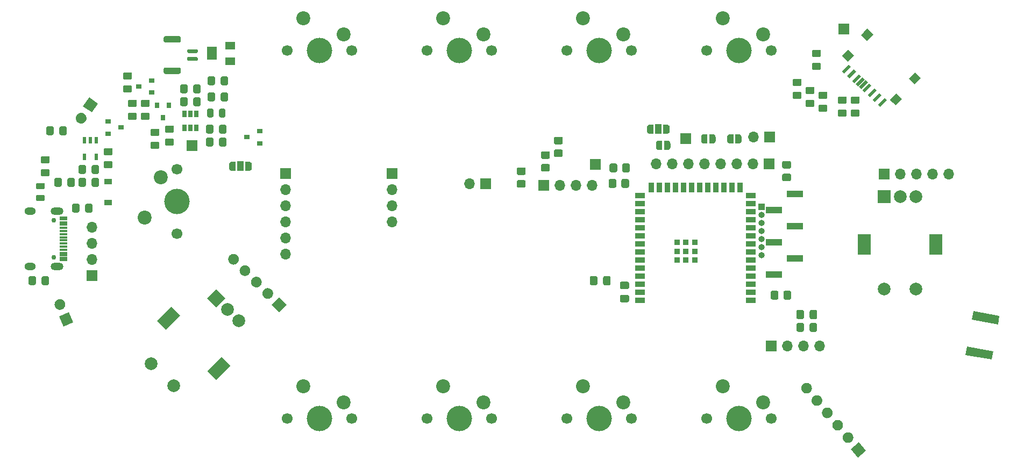
<source format=gbr>
%TF.GenerationSoftware,KiCad,Pcbnew,(5.1.10)-1*%
%TF.CreationDate,2022-02-17T21:55:53+01:00*%
%TF.ProjectId,keyboardEink,6b657962-6f61-4726-9445-696e6b2e6b69,rev?*%
%TF.SameCoordinates,Original*%
%TF.FileFunction,Soldermask,Bot*%
%TF.FilePolarity,Negative*%
%FSLAX46Y46*%
G04 Gerber Fmt 4.6, Leading zero omitted, Abs format (unit mm)*
G04 Created by KiCad (PCBNEW (5.1.10)-1) date 2022-02-17 21:55:53*
%MOMM*%
%LPD*%
G01*
G04 APERTURE LIST*
%ADD10O,1.800000X1.200000*%
%ADD11O,2.000000X1.200000*%
%ADD12R,1.300000X0.300000*%
%ADD13C,0.750000*%
%ADD14O,1.700000X1.700000*%
%ADD15R,1.700000X1.700000*%
%ADD16C,0.100000*%
%ADD17R,1.200000X0.900000*%
%ADD18R,0.900000X0.800000*%
%ADD19R,0.600000X1.000000*%
%ADD20O,1.000000X1.000000*%
%ADD21R,1.000000X1.000000*%
%ADD22R,1.000000X1.500000*%
%ADD23C,2.000000*%
%ADD24R,2.000000X2.000000*%
%ADD25R,2.000000X3.200000*%
%ADD26C,1.700000*%
%ADD27C,4.000000*%
%ADD28C,2.200000*%
%ADD29R,0.650000X1.060000*%
%ADD30R,0.800000X0.900000*%
%ADD31R,1.600000X1.300000*%
%ADD32R,1.600000X2.000000*%
%ADD33R,2.510000X1.000000*%
%ADD34R,0.900000X0.900000*%
%ADD35R,0.900000X1.500000*%
%ADD36R,1.500000X0.900000*%
G04 APERTURE END LIST*
%TO.C,R38*%
G36*
G01*
X158536001Y-90198000D02*
X157635999Y-90198000D01*
G75*
G02*
X157386000Y-89948001I0J249999D01*
G01*
X157386000Y-89247999D01*
G75*
G02*
X157635999Y-88998000I249999J0D01*
G01*
X158536001Y-88998000D01*
G75*
G02*
X158786000Y-89247999I0J-249999D01*
G01*
X158786000Y-89948001D01*
G75*
G02*
X158536001Y-90198000I-249999J0D01*
G01*
G37*
G36*
G01*
X158536001Y-92198000D02*
X157635999Y-92198000D01*
G75*
G02*
X157386000Y-91948001I0J249999D01*
G01*
X157386000Y-91247999D01*
G75*
G02*
X157635999Y-90998000I249999J0D01*
G01*
X158536001Y-90998000D01*
G75*
G02*
X158786000Y-91247999I0J-249999D01*
G01*
X158786000Y-91948001D01*
G75*
G02*
X158536001Y-92198000I-249999J0D01*
G01*
G37*
%TD*%
%TO.C,R37*%
G36*
G01*
X160568001Y-87912000D02*
X159667999Y-87912000D01*
G75*
G02*
X159418000Y-87662001I0J249999D01*
G01*
X159418000Y-86961999D01*
G75*
G02*
X159667999Y-86712000I249999J0D01*
G01*
X160568001Y-86712000D01*
G75*
G02*
X160818000Y-86961999I0J-249999D01*
G01*
X160818000Y-87662001D01*
G75*
G02*
X160568001Y-87912000I-249999J0D01*
G01*
G37*
G36*
G01*
X160568001Y-89912000D02*
X159667999Y-89912000D01*
G75*
G02*
X159418000Y-89662001I0J249999D01*
G01*
X159418000Y-88961999D01*
G75*
G02*
X159667999Y-88712000I249999J0D01*
G01*
X160568001Y-88712000D01*
G75*
G02*
X160818000Y-88961999I0J-249999D01*
G01*
X160818000Y-89662001D01*
G75*
G02*
X160568001Y-89912000I-249999J0D01*
G01*
G37*
%TD*%
%TO.C,R36*%
G36*
G01*
X78780000Y-109844001D02*
X78780000Y-108943999D01*
G75*
G02*
X79029999Y-108694000I249999J0D01*
G01*
X79680001Y-108694000D01*
G75*
G02*
X79930000Y-108943999I0J-249999D01*
G01*
X79930000Y-109844001D01*
G75*
G02*
X79680001Y-110094000I-249999J0D01*
G01*
X79029999Y-110094000D01*
G75*
G02*
X78780000Y-109844001I0J249999D01*
G01*
G37*
G36*
G01*
X76730000Y-109844001D02*
X76730000Y-108943999D01*
G75*
G02*
X76979999Y-108694000I249999J0D01*
G01*
X77630001Y-108694000D01*
G75*
G02*
X77880000Y-108943999I0J-249999D01*
G01*
X77880000Y-109844001D01*
G75*
G02*
X77630001Y-110094000I-249999J0D01*
G01*
X76979999Y-110094000D01*
G75*
G02*
X76730000Y-109844001I0J249999D01*
G01*
G37*
%TD*%
%TO.C,R35*%
G36*
G01*
X84738000Y-97513999D02*
X84738000Y-98414001D01*
G75*
G02*
X84488001Y-98664000I-249999J0D01*
G01*
X83837999Y-98664000D01*
G75*
G02*
X83588000Y-98414001I0J249999D01*
G01*
X83588000Y-97513999D01*
G75*
G02*
X83837999Y-97264000I249999J0D01*
G01*
X84488001Y-97264000D01*
G75*
G02*
X84738000Y-97513999I0J-249999D01*
G01*
G37*
G36*
G01*
X86788000Y-97513999D02*
X86788000Y-98414001D01*
G75*
G02*
X86538001Y-98664000I-249999J0D01*
G01*
X85887999Y-98664000D01*
G75*
G02*
X85638000Y-98414001I0J249999D01*
G01*
X85638000Y-97513999D01*
G75*
G02*
X85887999Y-97264000I249999J0D01*
G01*
X86538001Y-97264000D01*
G75*
G02*
X86788000Y-97513999I0J-249999D01*
G01*
G37*
%TD*%
D10*
%TO.C,U8*%
X76966000Y-107115000D03*
D11*
X81166000Y-107115000D03*
X81166000Y-98465000D03*
D10*
X76966000Y-98465000D03*
D12*
X82234000Y-99440000D03*
X82234000Y-99740000D03*
X82234000Y-100240000D03*
X82234000Y-100540000D03*
X82234000Y-105040000D03*
X82234000Y-105340000D03*
X82234000Y-105840000D03*
X82234000Y-106140000D03*
X82234000Y-101040000D03*
X82234000Y-101540000D03*
X82234000Y-102040000D03*
X82234000Y-102540000D03*
X82234000Y-103040000D03*
X82234000Y-103540000D03*
X82234000Y-104040000D03*
X82234000Y-104540000D03*
D13*
X80666000Y-99890000D03*
X80666000Y-105690000D03*
%TD*%
D14*
%TO.C,J12*%
X201266000Y-119700000D03*
X198726000Y-119700000D03*
X196186000Y-119700000D03*
D15*
X193646000Y-119700000D03*
%TD*%
D16*
%TO.C,AE1*%
G36*
X229343996Y-116277324D02*
G01*
X225207803Y-115548002D01*
X225442228Y-114218512D01*
X229578421Y-114947834D01*
X229343996Y-116277324D01*
G37*
G36*
X228362884Y-121841488D02*
G01*
X224226691Y-121112166D01*
X224461116Y-119782676D01*
X228597309Y-120511998D01*
X228362884Y-121841488D01*
G37*
%TD*%
%TO.C,J19*%
G36*
G01*
X199849735Y-125788867D02*
X199849735Y-125788867D01*
G75*
G02*
X199744966Y-126986374I-651138J-546369D01*
G01*
X199744966Y-126986374D01*
G75*
G02*
X198547459Y-126881605I-546369J651138D01*
G01*
X198547459Y-126881605D01*
G75*
G02*
X198652228Y-125684098I651138J546369D01*
G01*
X198652228Y-125684098D01*
G75*
G02*
X199849735Y-125788867I546369J-651138D01*
G01*
G37*
G36*
G01*
X201482416Y-127734619D02*
X201482416Y-127734619D01*
G75*
G02*
X201377647Y-128932126I-651138J-546369D01*
G01*
X201377647Y-128932126D01*
G75*
G02*
X200180140Y-128827357I-546369J651138D01*
G01*
X200180140Y-128827357D01*
G75*
G02*
X200284909Y-127629850I651138J546369D01*
G01*
X200284909Y-127629850D01*
G75*
G02*
X201482416Y-127734619I546369J-651138D01*
G01*
G37*
G36*
G01*
X203115096Y-129680372D02*
X203115096Y-129680372D01*
G75*
G02*
X203010327Y-130877879I-651138J-546369D01*
G01*
X203010327Y-130877879D01*
G75*
G02*
X201812820Y-130773110I-546369J651138D01*
G01*
X201812820Y-130773110D01*
G75*
G02*
X201917589Y-129575603I651138J546369D01*
G01*
X201917589Y-129575603D01*
G75*
G02*
X203115096Y-129680372I546369J-651138D01*
G01*
G37*
G36*
G01*
X204747777Y-131626125D02*
X204747777Y-131626125D01*
G75*
G02*
X204643008Y-132823632I-651138J-546369D01*
G01*
X204643008Y-132823632D01*
G75*
G02*
X203445501Y-132718863I-546369J651138D01*
G01*
X203445501Y-132718863D01*
G75*
G02*
X203550270Y-131521356I651138J546369D01*
G01*
X203550270Y-131521356D01*
G75*
G02*
X204747777Y-131626125I546369J-651138D01*
G01*
G37*
G36*
G01*
X206380457Y-133571878D02*
X206380457Y-133571878D01*
G75*
G02*
X206275688Y-134769385I-651138J-546369D01*
G01*
X206275688Y-134769385D01*
G75*
G02*
X205078181Y-134664616I-546369J651138D01*
G01*
X205078181Y-134664616D01*
G75*
G02*
X205182950Y-133467109I651138J546369D01*
G01*
X205182950Y-133467109D01*
G75*
G02*
X206380457Y-133571878I546369J-651138D01*
G01*
G37*
G36*
X207466768Y-134866493D02*
G01*
X208559507Y-136168768D01*
X207257232Y-137261507D01*
X206164493Y-135959232D01*
X207466768Y-134866493D01*
G37*
%TD*%
D17*
%TO.C,D7*%
X89252000Y-97074000D03*
X89252000Y-93774000D03*
%TD*%
D18*
%TO.C,SI3*%
X91268000Y-85264000D03*
X89268000Y-84314000D03*
X89268000Y-86214000D03*
%TD*%
%TO.C,R33*%
G36*
G01*
X88801999Y-90540000D02*
X89702001Y-90540000D01*
G75*
G02*
X89952000Y-90789999I0J-249999D01*
G01*
X89952000Y-91440001D01*
G75*
G02*
X89702001Y-91690000I-249999J0D01*
G01*
X88801999Y-91690000D01*
G75*
G02*
X88552000Y-91440001I0J249999D01*
G01*
X88552000Y-90789999D01*
G75*
G02*
X88801999Y-90540000I249999J0D01*
G01*
G37*
G36*
G01*
X88801999Y-88490000D02*
X89702001Y-88490000D01*
G75*
G02*
X89952000Y-88739999I0J-249999D01*
G01*
X89952000Y-89390001D01*
G75*
G02*
X89702001Y-89640000I-249999J0D01*
G01*
X88801999Y-89640000D01*
G75*
G02*
X88552000Y-89390001I0J249999D01*
G01*
X88552000Y-88739999D01*
G75*
G02*
X88801999Y-88490000I249999J0D01*
G01*
G37*
%TD*%
D14*
%TO.C,J18*%
X86712000Y-101012000D03*
X86712000Y-103552000D03*
X86712000Y-106092000D03*
D15*
X86712000Y-108632000D03*
%TD*%
D14*
%TO.C,J17*%
X146148000Y-94154000D03*
D15*
X148688000Y-94154000D03*
%TD*%
%TO.C,R11*%
G36*
G01*
X169244000Y-93615999D02*
X169244000Y-94516001D01*
G75*
G02*
X168994001Y-94766000I-249999J0D01*
G01*
X168293999Y-94766000D01*
G75*
G02*
X168044000Y-94516001I0J249999D01*
G01*
X168044000Y-93615999D01*
G75*
G02*
X168293999Y-93366000I249999J0D01*
G01*
X168994001Y-93366000D01*
G75*
G02*
X169244000Y-93615999I0J-249999D01*
G01*
G37*
G36*
G01*
X171244000Y-93615999D02*
X171244000Y-94516001D01*
G75*
G02*
X170994001Y-94766000I-249999J0D01*
G01*
X170293999Y-94766000D01*
G75*
G02*
X170044000Y-94516001I0J249999D01*
G01*
X170044000Y-93615999D01*
G75*
G02*
X170293999Y-93366000I249999J0D01*
G01*
X170994001Y-93366000D01*
G75*
G02*
X171244000Y-93615999I0J-249999D01*
G01*
G37*
%TD*%
%TO.C,J16*%
X165960000Y-91106000D03*
%TD*%
%TO.C,J15*%
X205076000Y-69770000D03*
%TD*%
%TO.C,C26*%
G36*
G01*
X85754000Y-91417999D02*
X85754000Y-92318001D01*
G75*
G02*
X85504001Y-92568000I-249999J0D01*
G01*
X84853999Y-92568000D01*
G75*
G02*
X84604000Y-92318001I0J249999D01*
G01*
X84604000Y-91417999D01*
G75*
G02*
X84853999Y-91168000I249999J0D01*
G01*
X85504001Y-91168000D01*
G75*
G02*
X85754000Y-91417999I0J-249999D01*
G01*
G37*
G36*
G01*
X87804000Y-91417999D02*
X87804000Y-92318001D01*
G75*
G02*
X87554001Y-92568000I-249999J0D01*
G01*
X86903999Y-92568000D01*
G75*
G02*
X86654000Y-92318001I0J249999D01*
G01*
X86654000Y-91417999D01*
G75*
G02*
X86903999Y-91168000I249999J0D01*
G01*
X87554001Y-91168000D01*
G75*
G02*
X87804000Y-91417999I0J-249999D01*
G01*
G37*
%TD*%
%TO.C,C25*%
G36*
G01*
X85754000Y-93449999D02*
X85754000Y-94350001D01*
G75*
G02*
X85504001Y-94600000I-249999J0D01*
G01*
X84853999Y-94600000D01*
G75*
G02*
X84604000Y-94350001I0J249999D01*
G01*
X84604000Y-93449999D01*
G75*
G02*
X84853999Y-93200000I249999J0D01*
G01*
X85504001Y-93200000D01*
G75*
G02*
X85754000Y-93449999I0J-249999D01*
G01*
G37*
G36*
G01*
X87804000Y-93449999D02*
X87804000Y-94350001D01*
G75*
G02*
X87554001Y-94600000I-249999J0D01*
G01*
X86903999Y-94600000D01*
G75*
G02*
X86654000Y-94350001I0J249999D01*
G01*
X86654000Y-93449999D01*
G75*
G02*
X86903999Y-93200000I249999J0D01*
G01*
X87554001Y-93200000D01*
G75*
G02*
X87804000Y-93449999I0J-249999D01*
G01*
G37*
%TD*%
D19*
%TO.C,U6*%
X85508000Y-87266000D03*
X86458000Y-87266000D03*
X87408000Y-87266000D03*
X87408000Y-89866000D03*
X85508000Y-89866000D03*
%TD*%
%TO.C,R32*%
G36*
G01*
X200307999Y-75046000D02*
X201208001Y-75046000D01*
G75*
G02*
X201458000Y-75295999I0J-249999D01*
G01*
X201458000Y-75946001D01*
G75*
G02*
X201208001Y-76196000I-249999J0D01*
G01*
X200307999Y-76196000D01*
G75*
G02*
X200058000Y-75946001I0J249999D01*
G01*
X200058000Y-75295999D01*
G75*
G02*
X200307999Y-75046000I249999J0D01*
G01*
G37*
G36*
G01*
X200307999Y-72996000D02*
X201208001Y-72996000D01*
G75*
G02*
X201458000Y-73245999I0J-249999D01*
G01*
X201458000Y-73896001D01*
G75*
G02*
X201208001Y-74146000I-249999J0D01*
G01*
X200307999Y-74146000D01*
G75*
G02*
X200058000Y-73896001I0J249999D01*
G01*
X200058000Y-73245999D01*
G75*
G02*
X200307999Y-72996000I249999J0D01*
G01*
G37*
%TD*%
%TO.C,R30*%
G36*
G01*
X198160001Y-78718000D02*
X197259999Y-78718000D01*
G75*
G02*
X197010000Y-78468001I0J249999D01*
G01*
X197010000Y-77817999D01*
G75*
G02*
X197259999Y-77568000I249999J0D01*
G01*
X198160001Y-77568000D01*
G75*
G02*
X198410000Y-77817999I0J-249999D01*
G01*
X198410000Y-78468001D01*
G75*
G02*
X198160001Y-78718000I-249999J0D01*
G01*
G37*
G36*
G01*
X198160001Y-80768000D02*
X197259999Y-80768000D01*
G75*
G02*
X197010000Y-80518001I0J249999D01*
G01*
X197010000Y-79867999D01*
G75*
G02*
X197259999Y-79618000I249999J0D01*
G01*
X198160001Y-79618000D01*
G75*
G02*
X198410000Y-79867999I0J-249999D01*
G01*
X198410000Y-80518001D01*
G75*
G02*
X198160001Y-80768000I-249999J0D01*
G01*
G37*
%TD*%
%TO.C,R29*%
G36*
G01*
X207304001Y-81512000D02*
X206403999Y-81512000D01*
G75*
G02*
X206154000Y-81262001I0J249999D01*
G01*
X206154000Y-80611999D01*
G75*
G02*
X206403999Y-80362000I249999J0D01*
G01*
X207304001Y-80362000D01*
G75*
G02*
X207554000Y-80611999I0J-249999D01*
G01*
X207554000Y-81262001D01*
G75*
G02*
X207304001Y-81512000I-249999J0D01*
G01*
G37*
G36*
G01*
X207304001Y-83562000D02*
X206403999Y-83562000D01*
G75*
G02*
X206154000Y-83312001I0J249999D01*
G01*
X206154000Y-82661999D01*
G75*
G02*
X206403999Y-82412000I249999J0D01*
G01*
X207304001Y-82412000D01*
G75*
G02*
X207554000Y-82661999I0J-249999D01*
G01*
X207554000Y-83312001D01*
G75*
G02*
X207304001Y-83562000I-249999J0D01*
G01*
G37*
%TD*%
%TO.C,R28*%
G36*
G01*
X201323999Y-81650000D02*
X202224001Y-81650000D01*
G75*
G02*
X202474000Y-81899999I0J-249999D01*
G01*
X202474000Y-82550001D01*
G75*
G02*
X202224001Y-82800000I-249999J0D01*
G01*
X201323999Y-82800000D01*
G75*
G02*
X201074000Y-82550001I0J249999D01*
G01*
X201074000Y-81899999D01*
G75*
G02*
X201323999Y-81650000I249999J0D01*
G01*
G37*
G36*
G01*
X201323999Y-79600000D02*
X202224001Y-79600000D01*
G75*
G02*
X202474000Y-79849999I0J-249999D01*
G01*
X202474000Y-80500001D01*
G75*
G02*
X202224001Y-80750000I-249999J0D01*
G01*
X201323999Y-80750000D01*
G75*
G02*
X201074000Y-80500001I0J249999D01*
G01*
X201074000Y-79849999D01*
G75*
G02*
X201323999Y-79600000I249999J0D01*
G01*
G37*
%TD*%
%TO.C,R27*%
G36*
G01*
X200192001Y-79988000D02*
X199291999Y-79988000D01*
G75*
G02*
X199042000Y-79738001I0J249999D01*
G01*
X199042000Y-79087999D01*
G75*
G02*
X199291999Y-78838000I249999J0D01*
G01*
X200192001Y-78838000D01*
G75*
G02*
X200442000Y-79087999I0J-249999D01*
G01*
X200442000Y-79738001D01*
G75*
G02*
X200192001Y-79988000I-249999J0D01*
G01*
G37*
G36*
G01*
X200192001Y-82038000D02*
X199291999Y-82038000D01*
G75*
G02*
X199042000Y-81788001I0J249999D01*
G01*
X199042000Y-81137999D01*
G75*
G02*
X199291999Y-80888000I249999J0D01*
G01*
X200192001Y-80888000D01*
G75*
G02*
X200442000Y-81137999I0J-249999D01*
G01*
X200442000Y-81788001D01*
G75*
G02*
X200192001Y-82038000I-249999J0D01*
G01*
G37*
%TD*%
%TO.C,C23*%
G36*
G01*
X204371999Y-82412000D02*
X205272001Y-82412000D01*
G75*
G02*
X205522000Y-82661999I0J-249999D01*
G01*
X205522000Y-83312001D01*
G75*
G02*
X205272001Y-83562000I-249999J0D01*
G01*
X204371999Y-83562000D01*
G75*
G02*
X204122000Y-83312001I0J249999D01*
G01*
X204122000Y-82661999D01*
G75*
G02*
X204371999Y-82412000I249999J0D01*
G01*
G37*
G36*
G01*
X204371999Y-80362000D02*
X205272001Y-80362000D01*
G75*
G02*
X205522000Y-80611999I0J-249999D01*
G01*
X205522000Y-81262001D01*
G75*
G02*
X205272001Y-81512000I-249999J0D01*
G01*
X204371999Y-81512000D01*
G75*
G02*
X204122000Y-81262001I0J249999D01*
G01*
X204122000Y-80611999D01*
G75*
G02*
X204371999Y-80362000I249999J0D01*
G01*
G37*
%TD*%
D16*
%TO.C,J14*%
G36*
X206168165Y-75674477D02*
G01*
X205154780Y-76780393D01*
X204786141Y-76442597D01*
X205799526Y-75336681D01*
X206168165Y-75674477D01*
G37*
G36*
X206979170Y-76417627D02*
G01*
X205965785Y-77523543D01*
X205597146Y-77185747D01*
X206610531Y-76079831D01*
X206979170Y-76417627D01*
G37*
G36*
X207790175Y-77160776D02*
G01*
X206776790Y-78266692D01*
X206408151Y-77928896D01*
X207421536Y-76822980D01*
X207790175Y-77160776D01*
G37*
G36*
X208343133Y-77667469D02*
G01*
X207329748Y-78773385D01*
X206961109Y-78435589D01*
X207974494Y-77329673D01*
X208343133Y-77667469D01*
G37*
G36*
X209412185Y-78647074D02*
G01*
X208398800Y-79752990D01*
X208030161Y-79415194D01*
X209043546Y-78309278D01*
X209412185Y-78647074D01*
G37*
G36*
X210223190Y-79390224D02*
G01*
X209209805Y-80496140D01*
X208841166Y-80158344D01*
X209854551Y-79052428D01*
X210223190Y-79390224D01*
G37*
G36*
X211034195Y-80133373D02*
G01*
X210020810Y-81239289D01*
X209652171Y-80901493D01*
X210665556Y-79795577D01*
X211034195Y-80133373D01*
G37*
G36*
X211845200Y-80876522D02*
G01*
X210831815Y-81982438D01*
X210463176Y-81644642D01*
X211476561Y-80538726D01*
X211845200Y-80876522D01*
G37*
G36*
X208859227Y-78140382D02*
G01*
X207845842Y-79246298D01*
X207477203Y-78908502D01*
X208490588Y-77802586D01*
X208859227Y-78140382D01*
G37*
G36*
X214210211Y-80737873D02*
G01*
X213264385Y-81770062D01*
X212305925Y-80891795D01*
X213251751Y-79859606D01*
X214210211Y-80737873D01*
G37*
G36*
X217216587Y-77456989D02*
G01*
X216270761Y-78489178D01*
X215312301Y-77610911D01*
X216258127Y-76578722D01*
X217216587Y-77456989D01*
G37*
G36*
X209696358Y-70565969D02*
G01*
X208750532Y-71598158D01*
X207792072Y-70719891D01*
X208737898Y-69687702D01*
X209696358Y-70565969D01*
G37*
G36*
X206689982Y-73846853D02*
G01*
X205744156Y-74879042D01*
X204785696Y-74000775D01*
X205731522Y-72968586D01*
X206689982Y-73846853D01*
G37*
%TD*%
%TO.C,JP8*%
G36*
X175978000Y-88807398D02*
G01*
X175953466Y-88807398D01*
X175904635Y-88802588D01*
X175856510Y-88793016D01*
X175809555Y-88778772D01*
X175764222Y-88759995D01*
X175720949Y-88736864D01*
X175680150Y-88709604D01*
X175642221Y-88678476D01*
X175607524Y-88643779D01*
X175576396Y-88605850D01*
X175549136Y-88565051D01*
X175526005Y-88521778D01*
X175507228Y-88476445D01*
X175492984Y-88429490D01*
X175483412Y-88381365D01*
X175478602Y-88332534D01*
X175478602Y-88308000D01*
X175478000Y-88308000D01*
X175478000Y-87808000D01*
X175478602Y-87808000D01*
X175478602Y-87783466D01*
X175483412Y-87734635D01*
X175492984Y-87686510D01*
X175507228Y-87639555D01*
X175526005Y-87594222D01*
X175549136Y-87550949D01*
X175576396Y-87510150D01*
X175607524Y-87472221D01*
X175642221Y-87437524D01*
X175680150Y-87406396D01*
X175720949Y-87379136D01*
X175764222Y-87356005D01*
X175809555Y-87337228D01*
X175856510Y-87322984D01*
X175904635Y-87313412D01*
X175953466Y-87308602D01*
X175978000Y-87308602D01*
X175978000Y-87308000D01*
X176478000Y-87308000D01*
X176478000Y-88808000D01*
X175978000Y-88808000D01*
X175978000Y-88807398D01*
G37*
G36*
X176778000Y-87308000D02*
G01*
X177278000Y-87308000D01*
X177278000Y-87308602D01*
X177302534Y-87308602D01*
X177351365Y-87313412D01*
X177399490Y-87322984D01*
X177446445Y-87337228D01*
X177491778Y-87356005D01*
X177535051Y-87379136D01*
X177575850Y-87406396D01*
X177613779Y-87437524D01*
X177648476Y-87472221D01*
X177679604Y-87510150D01*
X177706864Y-87550949D01*
X177729995Y-87594222D01*
X177748772Y-87639555D01*
X177763016Y-87686510D01*
X177772588Y-87734635D01*
X177777398Y-87783466D01*
X177777398Y-87808000D01*
X177778000Y-87808000D01*
X177778000Y-88308000D01*
X177777398Y-88308000D01*
X177777398Y-88332534D01*
X177772588Y-88381365D01*
X177763016Y-88429490D01*
X177748772Y-88476445D01*
X177729995Y-88521778D01*
X177706864Y-88565051D01*
X177679604Y-88605850D01*
X177648476Y-88643779D01*
X177613779Y-88678476D01*
X177575850Y-88709604D01*
X177535051Y-88736864D01*
X177491778Y-88759995D01*
X177446445Y-88778772D01*
X177399490Y-88793016D01*
X177351365Y-88802588D01*
X177302534Y-88807398D01*
X177278000Y-88807398D01*
X177278000Y-88808000D01*
X176778000Y-88808000D01*
X176778000Y-87308000D01*
G37*
%TD*%
D14*
%TO.C,J13*%
X190852000Y-86788000D03*
D15*
X193392000Y-86788000D03*
%TD*%
D16*
%TO.C,JP7*%
G36*
X187186000Y-87791398D02*
G01*
X187161466Y-87791398D01*
X187112635Y-87786588D01*
X187064510Y-87777016D01*
X187017555Y-87762772D01*
X186972222Y-87743995D01*
X186928949Y-87720864D01*
X186888150Y-87693604D01*
X186850221Y-87662476D01*
X186815524Y-87627779D01*
X186784396Y-87589850D01*
X186757136Y-87549051D01*
X186734005Y-87505778D01*
X186715228Y-87460445D01*
X186700984Y-87413490D01*
X186691412Y-87365365D01*
X186686602Y-87316534D01*
X186686602Y-87292000D01*
X186686000Y-87292000D01*
X186686000Y-86792000D01*
X186686602Y-86792000D01*
X186686602Y-86767466D01*
X186691412Y-86718635D01*
X186700984Y-86670510D01*
X186715228Y-86623555D01*
X186734005Y-86578222D01*
X186757136Y-86534949D01*
X186784396Y-86494150D01*
X186815524Y-86456221D01*
X186850221Y-86421524D01*
X186888150Y-86390396D01*
X186928949Y-86363136D01*
X186972222Y-86340005D01*
X187017555Y-86321228D01*
X187064510Y-86306984D01*
X187112635Y-86297412D01*
X187161466Y-86292602D01*
X187186000Y-86292602D01*
X187186000Y-86292000D01*
X187686000Y-86292000D01*
X187686000Y-87792000D01*
X187186000Y-87792000D01*
X187186000Y-87791398D01*
G37*
G36*
X187986000Y-86292000D02*
G01*
X188486000Y-86292000D01*
X188486000Y-86292602D01*
X188510534Y-86292602D01*
X188559365Y-86297412D01*
X188607490Y-86306984D01*
X188654445Y-86321228D01*
X188699778Y-86340005D01*
X188743051Y-86363136D01*
X188783850Y-86390396D01*
X188821779Y-86421524D01*
X188856476Y-86456221D01*
X188887604Y-86494150D01*
X188914864Y-86534949D01*
X188937995Y-86578222D01*
X188956772Y-86623555D01*
X188971016Y-86670510D01*
X188980588Y-86718635D01*
X188985398Y-86767466D01*
X188985398Y-86792000D01*
X188986000Y-86792000D01*
X188986000Y-87292000D01*
X188985398Y-87292000D01*
X188985398Y-87316534D01*
X188980588Y-87365365D01*
X188971016Y-87413490D01*
X188956772Y-87460445D01*
X188937995Y-87505778D01*
X188914864Y-87549051D01*
X188887604Y-87589850D01*
X188856476Y-87627779D01*
X188821779Y-87662476D01*
X188783850Y-87693604D01*
X188743051Y-87720864D01*
X188699778Y-87743995D01*
X188654445Y-87762772D01*
X188607490Y-87777016D01*
X188559365Y-87786588D01*
X188510534Y-87791398D01*
X188486000Y-87791398D01*
X188486000Y-87792000D01*
X187986000Y-87792000D01*
X187986000Y-86292000D01*
G37*
%TD*%
%TO.C,JP6*%
G36*
X183090000Y-87791398D02*
G01*
X183065466Y-87791398D01*
X183016635Y-87786588D01*
X182968510Y-87777016D01*
X182921555Y-87762772D01*
X182876222Y-87743995D01*
X182832949Y-87720864D01*
X182792150Y-87693604D01*
X182754221Y-87662476D01*
X182719524Y-87627779D01*
X182688396Y-87589850D01*
X182661136Y-87549051D01*
X182638005Y-87505778D01*
X182619228Y-87460445D01*
X182604984Y-87413490D01*
X182595412Y-87365365D01*
X182590602Y-87316534D01*
X182590602Y-87292000D01*
X182590000Y-87292000D01*
X182590000Y-86792000D01*
X182590602Y-86792000D01*
X182590602Y-86767466D01*
X182595412Y-86718635D01*
X182604984Y-86670510D01*
X182619228Y-86623555D01*
X182638005Y-86578222D01*
X182661136Y-86534949D01*
X182688396Y-86494150D01*
X182719524Y-86456221D01*
X182754221Y-86421524D01*
X182792150Y-86390396D01*
X182832949Y-86363136D01*
X182876222Y-86340005D01*
X182921555Y-86321228D01*
X182968510Y-86306984D01*
X183016635Y-86297412D01*
X183065466Y-86292602D01*
X183090000Y-86292602D01*
X183090000Y-86292000D01*
X183590000Y-86292000D01*
X183590000Y-87792000D01*
X183090000Y-87792000D01*
X183090000Y-87791398D01*
G37*
G36*
X183890000Y-86292000D02*
G01*
X184390000Y-86292000D01*
X184390000Y-86292602D01*
X184414534Y-86292602D01*
X184463365Y-86297412D01*
X184511490Y-86306984D01*
X184558445Y-86321228D01*
X184603778Y-86340005D01*
X184647051Y-86363136D01*
X184687850Y-86390396D01*
X184725779Y-86421524D01*
X184760476Y-86456221D01*
X184791604Y-86494150D01*
X184818864Y-86534949D01*
X184841995Y-86578222D01*
X184860772Y-86623555D01*
X184875016Y-86670510D01*
X184884588Y-86718635D01*
X184889398Y-86767466D01*
X184889398Y-86792000D01*
X184890000Y-86792000D01*
X184890000Y-87292000D01*
X184889398Y-87292000D01*
X184889398Y-87316534D01*
X184884588Y-87365365D01*
X184875016Y-87413490D01*
X184860772Y-87460445D01*
X184841995Y-87505778D01*
X184818864Y-87549051D01*
X184791604Y-87589850D01*
X184760476Y-87627779D01*
X184725779Y-87662476D01*
X184687850Y-87693604D01*
X184647051Y-87720864D01*
X184603778Y-87743995D01*
X184558445Y-87762772D01*
X184511490Y-87777016D01*
X184463365Y-87786588D01*
X184414534Y-87791398D01*
X184390000Y-87791398D01*
X184390000Y-87792000D01*
X183890000Y-87792000D01*
X183890000Y-86292000D01*
G37*
%TD*%
D20*
%TO.C,J11*%
X192122000Y-105360000D03*
X192122000Y-104090000D03*
X192122000Y-102820000D03*
X192122000Y-101550000D03*
X192122000Y-100280000D03*
X192122000Y-99010000D03*
D21*
X192122000Y-97740000D03*
%TD*%
D16*
%TO.C,JP2*%
G36*
X109330000Y-92110000D02*
G01*
X108780000Y-92110000D01*
X108780000Y-92109398D01*
X108755466Y-92109398D01*
X108706635Y-92104588D01*
X108658510Y-92095016D01*
X108611555Y-92080772D01*
X108566222Y-92061995D01*
X108522949Y-92038864D01*
X108482150Y-92011604D01*
X108444221Y-91980476D01*
X108409524Y-91945779D01*
X108378396Y-91907850D01*
X108351136Y-91867051D01*
X108328005Y-91823778D01*
X108309228Y-91778445D01*
X108294984Y-91731490D01*
X108285412Y-91683365D01*
X108280602Y-91634534D01*
X108280602Y-91610000D01*
X108280000Y-91610000D01*
X108280000Y-91110000D01*
X108280602Y-91110000D01*
X108280602Y-91085466D01*
X108285412Y-91036635D01*
X108294984Y-90988510D01*
X108309228Y-90941555D01*
X108328005Y-90896222D01*
X108351136Y-90852949D01*
X108378396Y-90812150D01*
X108409524Y-90774221D01*
X108444221Y-90739524D01*
X108482150Y-90708396D01*
X108522949Y-90681136D01*
X108566222Y-90658005D01*
X108611555Y-90639228D01*
X108658510Y-90624984D01*
X108706635Y-90615412D01*
X108755466Y-90610602D01*
X108780000Y-90610602D01*
X108780000Y-90610000D01*
X109330000Y-90610000D01*
X109330000Y-92110000D01*
G37*
D22*
X110080000Y-91360000D03*
D16*
G36*
X111380000Y-90610602D02*
G01*
X111404534Y-90610602D01*
X111453365Y-90615412D01*
X111501490Y-90624984D01*
X111548445Y-90639228D01*
X111593778Y-90658005D01*
X111637051Y-90681136D01*
X111677850Y-90708396D01*
X111715779Y-90739524D01*
X111750476Y-90774221D01*
X111781604Y-90812150D01*
X111808864Y-90852949D01*
X111831995Y-90896222D01*
X111850772Y-90941555D01*
X111865016Y-90988510D01*
X111874588Y-91036635D01*
X111879398Y-91085466D01*
X111879398Y-91110000D01*
X111880000Y-91110000D01*
X111880000Y-91610000D01*
X111879398Y-91610000D01*
X111879398Y-91634534D01*
X111874588Y-91683365D01*
X111865016Y-91731490D01*
X111850772Y-91778445D01*
X111831995Y-91823778D01*
X111808864Y-91867051D01*
X111781604Y-91907850D01*
X111750476Y-91945779D01*
X111715779Y-91980476D01*
X111677850Y-92011604D01*
X111637051Y-92038864D01*
X111593778Y-92061995D01*
X111548445Y-92080772D01*
X111501490Y-92095016D01*
X111453365Y-92104588D01*
X111404534Y-92109398D01*
X111380000Y-92109398D01*
X111380000Y-92110000D01*
X110830000Y-92110000D01*
X110830000Y-90610000D01*
X111380000Y-90610000D01*
X111380000Y-90610602D01*
G37*
%TD*%
D15*
%TO.C,J4*%
X102460000Y-88100000D03*
%TD*%
D14*
%TO.C,J10*%
X175480000Y-91000000D03*
X178020000Y-91000000D03*
X180560000Y-91000000D03*
X183100000Y-91000000D03*
X185640000Y-91000000D03*
X188180000Y-91000000D03*
X190720000Y-91000000D03*
D15*
X193260000Y-91000000D03*
%TD*%
%TO.C,J5*%
X180184000Y-87042000D03*
%TD*%
D16*
%TO.C,JP3*%
G36*
X175116000Y-86268000D02*
G01*
X174566000Y-86268000D01*
X174566000Y-86267398D01*
X174541466Y-86267398D01*
X174492635Y-86262588D01*
X174444510Y-86253016D01*
X174397555Y-86238772D01*
X174352222Y-86219995D01*
X174308949Y-86196864D01*
X174268150Y-86169604D01*
X174230221Y-86138476D01*
X174195524Y-86103779D01*
X174164396Y-86065850D01*
X174137136Y-86025051D01*
X174114005Y-85981778D01*
X174095228Y-85936445D01*
X174080984Y-85889490D01*
X174071412Y-85841365D01*
X174066602Y-85792534D01*
X174066602Y-85768000D01*
X174066000Y-85768000D01*
X174066000Y-85268000D01*
X174066602Y-85268000D01*
X174066602Y-85243466D01*
X174071412Y-85194635D01*
X174080984Y-85146510D01*
X174095228Y-85099555D01*
X174114005Y-85054222D01*
X174137136Y-85010949D01*
X174164396Y-84970150D01*
X174195524Y-84932221D01*
X174230221Y-84897524D01*
X174268150Y-84866396D01*
X174308949Y-84839136D01*
X174352222Y-84816005D01*
X174397555Y-84797228D01*
X174444510Y-84782984D01*
X174492635Y-84773412D01*
X174541466Y-84768602D01*
X174566000Y-84768602D01*
X174566000Y-84768000D01*
X175116000Y-84768000D01*
X175116000Y-86268000D01*
G37*
D22*
X175866000Y-85518000D03*
D16*
G36*
X177166000Y-84768602D02*
G01*
X177190534Y-84768602D01*
X177239365Y-84773412D01*
X177287490Y-84782984D01*
X177334445Y-84797228D01*
X177379778Y-84816005D01*
X177423051Y-84839136D01*
X177463850Y-84866396D01*
X177501779Y-84897524D01*
X177536476Y-84932221D01*
X177567604Y-84970150D01*
X177594864Y-85010949D01*
X177617995Y-85054222D01*
X177636772Y-85099555D01*
X177651016Y-85146510D01*
X177660588Y-85194635D01*
X177665398Y-85243466D01*
X177665398Y-85268000D01*
X177666000Y-85268000D01*
X177666000Y-85768000D01*
X177665398Y-85768000D01*
X177665398Y-85792534D01*
X177660588Y-85841365D01*
X177651016Y-85889490D01*
X177636772Y-85936445D01*
X177617995Y-85981778D01*
X177594864Y-86025051D01*
X177567604Y-86065850D01*
X177536476Y-86103779D01*
X177501779Y-86138476D01*
X177463850Y-86169604D01*
X177423051Y-86196864D01*
X177379778Y-86219995D01*
X177334445Y-86238772D01*
X177287490Y-86253016D01*
X177239365Y-86262588D01*
X177190534Y-86267398D01*
X177166000Y-86267398D01*
X177166000Y-86268000D01*
X176616000Y-86268000D01*
X176616000Y-84768000D01*
X177166000Y-84768000D01*
X177166000Y-84768602D01*
G37*
%TD*%
%TO.C,SW11*%
G36*
X106270000Y-110773786D02*
G01*
X107684214Y-112188000D01*
X106270000Y-113602214D01*
X104855786Y-112188000D01*
X106270000Y-110773786D01*
G37*
D23*
X108037767Y-113955767D03*
X109805534Y-115723534D03*
D16*
G36*
X99198932Y-113460792D02*
G01*
X100613146Y-114875006D01*
X98350404Y-117137748D01*
X96936190Y-115723534D01*
X99198932Y-113460792D01*
G37*
G36*
X107118528Y-121380388D02*
G01*
X108532742Y-122794602D01*
X106270000Y-125057344D01*
X104855786Y-123643130D01*
X107118528Y-121380388D01*
G37*
D23*
X96016952Y-122441048D03*
X99552486Y-125976582D03*
%TD*%
D14*
%TO.C,J9*%
X221586000Y-92630000D03*
X219046000Y-92630000D03*
X216506000Y-92630000D03*
X213966000Y-92630000D03*
D15*
X211426000Y-92630000D03*
%TD*%
%TO.C,J8*%
G36*
G01*
X109592836Y-105418754D02*
X109592836Y-105418754D01*
G75*
G02*
X109592836Y-106620836I-601041J-601041D01*
G01*
X109592836Y-106620836D01*
G75*
G02*
X108390754Y-106620836I-601041J601041D01*
G01*
X108390754Y-106620836D01*
G75*
G02*
X108390754Y-105418754I601041J601041D01*
G01*
X108390754Y-105418754D01*
G75*
G02*
X109592836Y-105418754I601041J-601041D01*
G01*
G37*
G36*
G01*
X111388887Y-107214805D02*
X111388887Y-107214805D01*
G75*
G02*
X111388887Y-108416887I-601041J-601041D01*
G01*
X111388887Y-108416887D01*
G75*
G02*
X110186805Y-108416887I-601041J601041D01*
G01*
X110186805Y-108416887D01*
G75*
G02*
X110186805Y-107214805I601041J601041D01*
G01*
X110186805Y-107214805D01*
G75*
G02*
X111388887Y-107214805I601041J-601041D01*
G01*
G37*
G36*
G01*
X113184939Y-109010857D02*
X113184939Y-109010857D01*
G75*
G02*
X113184939Y-110212939I-601041J-601041D01*
G01*
X113184939Y-110212939D01*
G75*
G02*
X111982857Y-110212939I-601041J601041D01*
G01*
X111982857Y-110212939D01*
G75*
G02*
X111982857Y-109010857I601041J601041D01*
G01*
X111982857Y-109010857D01*
G75*
G02*
X113184939Y-109010857I601041J-601041D01*
G01*
G37*
G36*
G01*
X114980990Y-110806908D02*
X114980990Y-110806908D01*
G75*
G02*
X114980990Y-112008990I-601041J-601041D01*
G01*
X114980990Y-112008990D01*
G75*
G02*
X113778908Y-112008990I-601041J601041D01*
G01*
X113778908Y-112008990D01*
G75*
G02*
X113778908Y-110806908I601041J601041D01*
G01*
X113778908Y-110806908D01*
G75*
G02*
X114980990Y-110806908I601041J-601041D01*
G01*
G37*
D16*
G36*
X116176000Y-112001918D02*
G01*
X117378082Y-113204000D01*
X116176000Y-114406082D01*
X114973918Y-113204000D01*
X116176000Y-112001918D01*
G37*
%TD*%
D14*
%TO.C,J1*%
X165452000Y-94408000D03*
X162912000Y-94408000D03*
X160372000Y-94408000D03*
D15*
X157832000Y-94408000D03*
%TD*%
D24*
%TO.C,SW7*%
X211426000Y-96186000D03*
D23*
X213926000Y-96186000D03*
X216426000Y-96186000D03*
D25*
X208326000Y-103686000D03*
X219526000Y-103686000D03*
D23*
X211426000Y-110686000D03*
X216426000Y-110686000D03*
%TD*%
D26*
%TO.C,SW10*%
X183460000Y-73080000D03*
X193620000Y-73080000D03*
D27*
X188540000Y-73080000D03*
D28*
X192350000Y-70540000D03*
X186000000Y-68000000D03*
%TD*%
D26*
%TO.C,SW9*%
X183460000Y-131080000D03*
X193620000Y-131080000D03*
D27*
X188540000Y-131080000D03*
D28*
X192350000Y-128540000D03*
X186000000Y-126000000D03*
%TD*%
D26*
%TO.C,SW8*%
X100080000Y-102028000D03*
X100080000Y-91868000D03*
D27*
X100080000Y-96948000D03*
D28*
X97540000Y-93138000D03*
X95000000Y-99488000D03*
%TD*%
D26*
%TO.C,SW6*%
X161460000Y-131080000D03*
X171620000Y-131080000D03*
D27*
X166540000Y-131080000D03*
D28*
X170350000Y-128540000D03*
X164000000Y-126000000D03*
%TD*%
D26*
%TO.C,SW5*%
X161460000Y-73080000D03*
X171620000Y-73080000D03*
D27*
X166540000Y-73080000D03*
D28*
X170350000Y-70540000D03*
X164000000Y-68000000D03*
%TD*%
D26*
%TO.C,SW4*%
X139460000Y-131080000D03*
X149620000Y-131080000D03*
D27*
X144540000Y-131080000D03*
D28*
X148350000Y-128540000D03*
X142000000Y-126000000D03*
%TD*%
D26*
%TO.C,SW3*%
X139460000Y-73080000D03*
X149620000Y-73080000D03*
D27*
X144540000Y-73080000D03*
D28*
X148350000Y-70540000D03*
X142000000Y-68000000D03*
%TD*%
D26*
%TO.C,SW2*%
X117460000Y-131080000D03*
X127620000Y-131080000D03*
D27*
X122540000Y-131080000D03*
D28*
X126350000Y-128540000D03*
X120000000Y-126000000D03*
%TD*%
D26*
%TO.C,SW1*%
X117460000Y-73080000D03*
X127620000Y-73080000D03*
D27*
X122540000Y-73080000D03*
D28*
X126350000Y-70540000D03*
X120000000Y-68000000D03*
%TD*%
%TO.C,R26*%
G36*
G01*
X198784000Y-116309999D02*
X198784000Y-117210001D01*
G75*
G02*
X198534001Y-117460000I-249999J0D01*
G01*
X197883999Y-117460000D01*
G75*
G02*
X197634000Y-117210001I0J249999D01*
G01*
X197634000Y-116309999D01*
G75*
G02*
X197883999Y-116060000I249999J0D01*
G01*
X198534001Y-116060000D01*
G75*
G02*
X198784000Y-116309999I0J-249999D01*
G01*
G37*
G36*
G01*
X200834000Y-116309999D02*
X200834000Y-117210001D01*
G75*
G02*
X200584001Y-117460000I-249999J0D01*
G01*
X199933999Y-117460000D01*
G75*
G02*
X199684000Y-117210001I0J249999D01*
G01*
X199684000Y-116309999D01*
G75*
G02*
X199933999Y-116060000I249999J0D01*
G01*
X200584001Y-116060000D01*
G75*
G02*
X200834000Y-116309999I0J-249999D01*
G01*
G37*
%TD*%
D18*
%TO.C,U1*%
X94094000Y-78800000D03*
X96094000Y-79750000D03*
X96094000Y-77850000D03*
%TD*%
D29*
%TO.C,TPL51*%
X102206000Y-85348000D03*
X101256000Y-85348000D03*
X103156000Y-85348000D03*
X103156000Y-83148000D03*
X102206000Y-83148000D03*
X101256000Y-83148000D03*
%TD*%
D18*
%TO.C,SI2*%
X111112000Y-86788000D03*
X113112000Y-87738000D03*
X113112000Y-85838000D03*
%TD*%
D30*
%TO.C,SI1*%
X97888000Y-83724000D03*
X98838000Y-81724000D03*
X96938000Y-81724000D03*
%TD*%
%TO.C,Shot1*%
G36*
G01*
X85697395Y-84276186D02*
X85697395Y-84276186D01*
G75*
G02*
X84513576Y-84484925I-696279J487540D01*
G01*
X84513576Y-84484925D01*
G75*
G02*
X84304837Y-83301106I487540J696279D01*
G01*
X84304837Y-83301106D01*
G75*
G02*
X85488656Y-83092367I696279J-487540D01*
G01*
X85488656Y-83092367D01*
G75*
G02*
X85697395Y-84276186I-487540J-696279D01*
G01*
G37*
D16*
G36*
X87641819Y-81499261D02*
G01*
X86666739Y-82891819D01*
X85274181Y-81916739D01*
X86249261Y-80524181D01*
X87641819Y-81499261D01*
G37*
%TD*%
D31*
%TO.C,RV1*%
X108482000Y-74830000D03*
D32*
X105582000Y-73580000D03*
D31*
X108482000Y-72330000D03*
%TD*%
%TO.C,R23*%
G36*
G01*
X92750001Y-77702000D02*
X91849999Y-77702000D01*
G75*
G02*
X91600000Y-77452001I0J249999D01*
G01*
X91600000Y-76801999D01*
G75*
G02*
X91849999Y-76552000I249999J0D01*
G01*
X92750001Y-76552000D01*
G75*
G02*
X93000000Y-76801999I0J-249999D01*
G01*
X93000000Y-77452001D01*
G75*
G02*
X92750001Y-77702000I-249999J0D01*
G01*
G37*
G36*
G01*
X92750001Y-79752000D02*
X91849999Y-79752000D01*
G75*
G02*
X91600000Y-79502001I0J249999D01*
G01*
X91600000Y-78851999D01*
G75*
G02*
X91849999Y-78602000I249999J0D01*
G01*
X92750001Y-78602000D01*
G75*
G02*
X93000000Y-78851999I0J-249999D01*
G01*
X93000000Y-79502001D01*
G75*
G02*
X92750001Y-79752000I-249999J0D01*
G01*
G37*
%TD*%
%TO.C,R22*%
G36*
G01*
X106720000Y-85968001D02*
X106720000Y-85067999D01*
G75*
G02*
X106969999Y-84818000I249999J0D01*
G01*
X107620001Y-84818000D01*
G75*
G02*
X107870000Y-85067999I0J-249999D01*
G01*
X107870000Y-85968001D01*
G75*
G02*
X107620001Y-86218000I-249999J0D01*
G01*
X106969999Y-86218000D01*
G75*
G02*
X106720000Y-85968001I0J249999D01*
G01*
G37*
G36*
G01*
X104670000Y-85968001D02*
X104670000Y-85067999D01*
G75*
G02*
X104919999Y-84818000I249999J0D01*
G01*
X105570001Y-84818000D01*
G75*
G02*
X105820000Y-85067999I0J-249999D01*
G01*
X105820000Y-85968001D01*
G75*
G02*
X105570001Y-86218000I-249999J0D01*
G01*
X104919999Y-86218000D01*
G75*
G02*
X104670000Y-85968001I0J249999D01*
G01*
G37*
%TD*%
%TO.C,R21*%
G36*
G01*
X99354001Y-86084000D02*
X98453999Y-86084000D01*
G75*
G02*
X98204000Y-85834001I0J249999D01*
G01*
X98204000Y-85183999D01*
G75*
G02*
X98453999Y-84934000I249999J0D01*
G01*
X99354001Y-84934000D01*
G75*
G02*
X99604000Y-85183999I0J-249999D01*
G01*
X99604000Y-85834001D01*
G75*
G02*
X99354001Y-86084000I-249999J0D01*
G01*
G37*
G36*
G01*
X99354001Y-88134000D02*
X98453999Y-88134000D01*
G75*
G02*
X98204000Y-87884001I0J249999D01*
G01*
X98204000Y-87233999D01*
G75*
G02*
X98453999Y-86984000I249999J0D01*
G01*
X99354001Y-86984000D01*
G75*
G02*
X99604000Y-87233999I0J-249999D01*
G01*
X99604000Y-87884001D01*
G75*
G02*
X99354001Y-88134000I-249999J0D01*
G01*
G37*
%TD*%
%TO.C,R20*%
G36*
G01*
X82844000Y-94350001D02*
X82844000Y-93449999D01*
G75*
G02*
X83093999Y-93200000I249999J0D01*
G01*
X83744001Y-93200000D01*
G75*
G02*
X83994000Y-93449999I0J-249999D01*
G01*
X83994000Y-94350001D01*
G75*
G02*
X83744001Y-94600000I-249999J0D01*
G01*
X83093999Y-94600000D01*
G75*
G02*
X82844000Y-94350001I0J249999D01*
G01*
G37*
G36*
G01*
X80794000Y-94350001D02*
X80794000Y-93449999D01*
G75*
G02*
X81043999Y-93200000I249999J0D01*
G01*
X81694001Y-93200000D01*
G75*
G02*
X81944000Y-93449999I0J-249999D01*
G01*
X81944000Y-94350001D01*
G75*
G02*
X81694001Y-94600000I-249999J0D01*
G01*
X81043999Y-94600000D01*
G75*
G02*
X80794000Y-94350001I0J249999D01*
G01*
G37*
%TD*%
%TO.C,R19*%
G36*
G01*
X95544001Y-82020000D02*
X94643999Y-82020000D01*
G75*
G02*
X94394000Y-81770001I0J249999D01*
G01*
X94394000Y-81119999D01*
G75*
G02*
X94643999Y-80870000I249999J0D01*
G01*
X95544001Y-80870000D01*
G75*
G02*
X95794000Y-81119999I0J-249999D01*
G01*
X95794000Y-81770001D01*
G75*
G02*
X95544001Y-82020000I-249999J0D01*
G01*
G37*
G36*
G01*
X95544001Y-84070000D02*
X94643999Y-84070000D01*
G75*
G02*
X94394000Y-83820001I0J249999D01*
G01*
X94394000Y-83169999D01*
G75*
G02*
X94643999Y-82920000I249999J0D01*
G01*
X95544001Y-82920000D01*
G75*
G02*
X95794000Y-83169999I0J-249999D01*
G01*
X95794000Y-83820001D01*
G75*
G02*
X95544001Y-84070000I-249999J0D01*
G01*
G37*
%TD*%
%TO.C,R18*%
G36*
G01*
X106974000Y-80888001D02*
X106974000Y-79987999D01*
G75*
G02*
X107223999Y-79738000I249999J0D01*
G01*
X107874001Y-79738000D01*
G75*
G02*
X108124000Y-79987999I0J-249999D01*
G01*
X108124000Y-80888001D01*
G75*
G02*
X107874001Y-81138000I-249999J0D01*
G01*
X107223999Y-81138000D01*
G75*
G02*
X106974000Y-80888001I0J249999D01*
G01*
G37*
G36*
G01*
X104924000Y-80888001D02*
X104924000Y-79987999D01*
G75*
G02*
X105173999Y-79738000I249999J0D01*
G01*
X105824001Y-79738000D01*
G75*
G02*
X106074000Y-79987999I0J-249999D01*
G01*
X106074000Y-80888001D01*
G75*
G02*
X105824001Y-81138000I-249999J0D01*
G01*
X105173999Y-81138000D01*
G75*
G02*
X104924000Y-80888001I0J249999D01*
G01*
G37*
%TD*%
%TO.C,R17*%
G36*
G01*
X97068001Y-86592000D02*
X96167999Y-86592000D01*
G75*
G02*
X95918000Y-86342001I0J249999D01*
G01*
X95918000Y-85691999D01*
G75*
G02*
X96167999Y-85442000I249999J0D01*
G01*
X97068001Y-85442000D01*
G75*
G02*
X97318000Y-85691999I0J-249999D01*
G01*
X97318000Y-86342001D01*
G75*
G02*
X97068001Y-86592000I-249999J0D01*
G01*
G37*
G36*
G01*
X97068001Y-88642000D02*
X96167999Y-88642000D01*
G75*
G02*
X95918000Y-88392001I0J249999D01*
G01*
X95918000Y-87741999D01*
G75*
G02*
X96167999Y-87492000I249999J0D01*
G01*
X97068001Y-87492000D01*
G75*
G02*
X97318000Y-87741999I0J-249999D01*
G01*
X97318000Y-88392001D01*
G75*
G02*
X97068001Y-88642000I-249999J0D01*
G01*
G37*
%TD*%
%TO.C,R14*%
G36*
G01*
X79796001Y-90910000D02*
X78895999Y-90910000D01*
G75*
G02*
X78646000Y-90660001I0J249999D01*
G01*
X78646000Y-90009999D01*
G75*
G02*
X78895999Y-89760000I249999J0D01*
G01*
X79796001Y-89760000D01*
G75*
G02*
X80046000Y-90009999I0J-249999D01*
G01*
X80046000Y-90660001D01*
G75*
G02*
X79796001Y-90910000I-249999J0D01*
G01*
G37*
G36*
G01*
X79796001Y-92960000D02*
X78895999Y-92960000D01*
G75*
G02*
X78646000Y-92710001I0J249999D01*
G01*
X78646000Y-92059999D01*
G75*
G02*
X78895999Y-91810000I249999J0D01*
G01*
X79796001Y-91810000D01*
G75*
G02*
X80046000Y-92059999I0J-249999D01*
G01*
X80046000Y-92710001D01*
G75*
G02*
X79796001Y-92960000I-249999J0D01*
G01*
G37*
%TD*%
%TO.C,R13*%
G36*
G01*
X106974000Y-78348001D02*
X106974000Y-77447999D01*
G75*
G02*
X107223999Y-77198000I249999J0D01*
G01*
X107874001Y-77198000D01*
G75*
G02*
X108124000Y-77447999I0J-249999D01*
G01*
X108124000Y-78348001D01*
G75*
G02*
X107874001Y-78598000I-249999J0D01*
G01*
X107223999Y-78598000D01*
G75*
G02*
X106974000Y-78348001I0J249999D01*
G01*
G37*
G36*
G01*
X104924000Y-78348001D02*
X104924000Y-77447999D01*
G75*
G02*
X105173999Y-77198000I249999J0D01*
G01*
X105824001Y-77198000D01*
G75*
G02*
X106074000Y-77447999I0J-249999D01*
G01*
X106074000Y-78348001D01*
G75*
G02*
X105824001Y-78598000I-249999J0D01*
G01*
X105173999Y-78598000D01*
G75*
G02*
X104924000Y-78348001I0J249999D01*
G01*
G37*
%TD*%
%TO.C,PWR2*%
G36*
G01*
X82437972Y-112819797D02*
X82437972Y-112819797D01*
G75*
G02*
X81987664Y-113934347I-782429J-332121D01*
G01*
X81987664Y-113934347D01*
G75*
G02*
X80873114Y-113484039I-332121J782429D01*
G01*
X80873114Y-113484039D01*
G75*
G02*
X81323422Y-112369489I782429J332121D01*
G01*
X81323422Y-112369489D01*
G75*
G02*
X82437972Y-112819797I332121J-782429D01*
G01*
G37*
D16*
G36*
X83098308Y-114375449D02*
G01*
X83762551Y-115940308D01*
X82197692Y-116604551D01*
X81533449Y-115039692D01*
X83098308Y-114375449D01*
G37*
%TD*%
D14*
%TO.C,J7*%
X133956000Y-100120000D03*
X133956000Y-97580000D03*
X133956000Y-95040000D03*
D15*
X133956000Y-92500000D03*
%TD*%
D14*
%TO.C,J6*%
X117192000Y-105200000D03*
X117192000Y-102660000D03*
X117192000Y-100120000D03*
X117192000Y-97580000D03*
X117192000Y-95040000D03*
D15*
X117192000Y-92500000D03*
%TD*%
%TO.C,D9*%
G36*
G01*
X106720000Y-83434250D02*
X106720000Y-82521750D01*
G75*
G02*
X106963750Y-82278000I243750J0D01*
G01*
X107451250Y-82278000D01*
G75*
G02*
X107695000Y-82521750I0J-243750D01*
G01*
X107695000Y-83434250D01*
G75*
G02*
X107451250Y-83678000I-243750J0D01*
G01*
X106963750Y-83678000D01*
G75*
G02*
X106720000Y-83434250I0J243750D01*
G01*
G37*
G36*
G01*
X104845000Y-83434250D02*
X104845000Y-82521750D01*
G75*
G02*
X105088750Y-82278000I243750J0D01*
G01*
X105576250Y-82278000D01*
G75*
G02*
X105820000Y-82521750I0J-243750D01*
G01*
X105820000Y-83434250D01*
G75*
G02*
X105576250Y-83678000I-243750J0D01*
G01*
X105088750Y-83678000D01*
G75*
G02*
X104845000Y-83434250I0J243750D01*
G01*
G37*
%TD*%
%TO.C,D8*%
G36*
G01*
X78127750Y-95874000D02*
X79040250Y-95874000D01*
G75*
G02*
X79284000Y-96117750I0J-243750D01*
G01*
X79284000Y-96605250D01*
G75*
G02*
X79040250Y-96849000I-243750J0D01*
G01*
X78127750Y-96849000D01*
G75*
G02*
X77884000Y-96605250I0J243750D01*
G01*
X77884000Y-96117750D01*
G75*
G02*
X78127750Y-95874000I243750J0D01*
G01*
G37*
G36*
G01*
X78127750Y-93999000D02*
X79040250Y-93999000D01*
G75*
G02*
X79284000Y-94242750I0J-243750D01*
G01*
X79284000Y-94730250D01*
G75*
G02*
X79040250Y-94974000I-243750J0D01*
G01*
X78127750Y-94974000D01*
G75*
G02*
X77884000Y-94730250I0J243750D01*
G01*
X77884000Y-94242750D01*
G75*
G02*
X78127750Y-93999000I243750J0D01*
G01*
G37*
%TD*%
%TO.C,C24*%
G36*
G01*
X105820000Y-87099999D02*
X105820000Y-88000001D01*
G75*
G02*
X105570001Y-88250000I-249999J0D01*
G01*
X104919999Y-88250000D01*
G75*
G02*
X104670000Y-88000001I0J249999D01*
G01*
X104670000Y-87099999D01*
G75*
G02*
X104919999Y-86850000I249999J0D01*
G01*
X105570001Y-86850000D01*
G75*
G02*
X105820000Y-87099999I0J-249999D01*
G01*
G37*
G36*
G01*
X107870000Y-87099999D02*
X107870000Y-88000001D01*
G75*
G02*
X107620001Y-88250000I-249999J0D01*
G01*
X106969999Y-88250000D01*
G75*
G02*
X106720000Y-88000001I0J249999D01*
G01*
X106720000Y-87099999D01*
G75*
G02*
X106969999Y-86850000I249999J0D01*
G01*
X107620001Y-86850000D01*
G75*
G02*
X107870000Y-87099999I0J-249999D01*
G01*
G37*
%TD*%
%TO.C,C22*%
G36*
G01*
X93512001Y-82020000D02*
X92611999Y-82020000D01*
G75*
G02*
X92362000Y-81770001I0J249999D01*
G01*
X92362000Y-81119999D01*
G75*
G02*
X92611999Y-80870000I249999J0D01*
G01*
X93512001Y-80870000D01*
G75*
G02*
X93762000Y-81119999I0J-249999D01*
G01*
X93762000Y-81770001D01*
G75*
G02*
X93512001Y-82020000I-249999J0D01*
G01*
G37*
G36*
G01*
X93512001Y-84070000D02*
X92611999Y-84070000D01*
G75*
G02*
X92362000Y-83820001I0J249999D01*
G01*
X92362000Y-83169999D01*
G75*
G02*
X92611999Y-82920000I249999J0D01*
G01*
X93512001Y-82920000D01*
G75*
G02*
X93762000Y-83169999I0J-249999D01*
G01*
X93762000Y-83820001D01*
G75*
G02*
X93512001Y-84070000I-249999J0D01*
G01*
G37*
%TD*%
%TO.C,C21*%
G36*
G01*
X102656000Y-79618001D02*
X102656000Y-78717999D01*
G75*
G02*
X102905999Y-78468000I249999J0D01*
G01*
X103556001Y-78468000D01*
G75*
G02*
X103806000Y-78717999I0J-249999D01*
G01*
X103806000Y-79618001D01*
G75*
G02*
X103556001Y-79868000I-249999J0D01*
G01*
X102905999Y-79868000D01*
G75*
G02*
X102656000Y-79618001I0J249999D01*
G01*
G37*
G36*
G01*
X100606000Y-79618001D02*
X100606000Y-78717999D01*
G75*
G02*
X100855999Y-78468000I249999J0D01*
G01*
X101506001Y-78468000D01*
G75*
G02*
X101756000Y-78717999I0J-249999D01*
G01*
X101756000Y-79618001D01*
G75*
G02*
X101506001Y-79868000I-249999J0D01*
G01*
X100855999Y-79868000D01*
G75*
G02*
X100606000Y-79618001I0J249999D01*
G01*
G37*
%TD*%
%TO.C,C20*%
G36*
G01*
X81574000Y-86222001D02*
X81574000Y-85321999D01*
G75*
G02*
X81823999Y-85072000I249999J0D01*
G01*
X82474001Y-85072000D01*
G75*
G02*
X82724000Y-85321999I0J-249999D01*
G01*
X82724000Y-86222001D01*
G75*
G02*
X82474001Y-86472000I-249999J0D01*
G01*
X81823999Y-86472000D01*
G75*
G02*
X81574000Y-86222001I0J249999D01*
G01*
G37*
G36*
G01*
X79524000Y-86222001D02*
X79524000Y-85321999D01*
G75*
G02*
X79773999Y-85072000I249999J0D01*
G01*
X80424001Y-85072000D01*
G75*
G02*
X80674000Y-85321999I0J-249999D01*
G01*
X80674000Y-86222001D01*
G75*
G02*
X80424001Y-86472000I-249999J0D01*
G01*
X79773999Y-86472000D01*
G75*
G02*
X79524000Y-86222001I0J249999D01*
G01*
G37*
%TD*%
%TO.C,C14*%
G36*
G01*
X102656000Y-81650001D02*
X102656000Y-80749999D01*
G75*
G02*
X102905999Y-80500000I249999J0D01*
G01*
X103556001Y-80500000D01*
G75*
G02*
X103806000Y-80749999I0J-249999D01*
G01*
X103806000Y-81650001D01*
G75*
G02*
X103556001Y-81900000I-249999J0D01*
G01*
X102905999Y-81900000D01*
G75*
G02*
X102656000Y-81650001I0J249999D01*
G01*
G37*
G36*
G01*
X100606000Y-81650001D02*
X100606000Y-80749999D01*
G75*
G02*
X100855999Y-80500000I249999J0D01*
G01*
X101506001Y-80500000D01*
G75*
G02*
X101756000Y-80749999I0J-249999D01*
G01*
X101756000Y-81650001D01*
G75*
G02*
X101506001Y-81900000I-249999J0D01*
G01*
X100855999Y-81900000D01*
G75*
G02*
X100606000Y-81650001I0J249999D01*
G01*
G37*
%TD*%
%TO.C,R9*%
G36*
G01*
X170186000Y-92064001D02*
X170186000Y-91163999D01*
G75*
G02*
X170435999Y-90914000I249999J0D01*
G01*
X171136001Y-90914000D01*
G75*
G02*
X171386000Y-91163999I0J-249999D01*
G01*
X171386000Y-92064001D01*
G75*
G02*
X171136001Y-92314000I-249999J0D01*
G01*
X170435999Y-92314000D01*
G75*
G02*
X170186000Y-92064001I0J249999D01*
G01*
G37*
G36*
G01*
X168186000Y-92064001D02*
X168186000Y-91163999D01*
G75*
G02*
X168435999Y-90914000I249999J0D01*
G01*
X169136001Y-90914000D01*
G75*
G02*
X169386000Y-91163999I0J-249999D01*
G01*
X169386000Y-92064001D01*
G75*
G02*
X169136001Y-92314000I-249999J0D01*
G01*
X168435999Y-92314000D01*
G75*
G02*
X168186000Y-92064001I0J249999D01*
G01*
G37*
%TD*%
%TO.C,F1*%
G36*
G01*
X154726001Y-92738000D02*
X153825999Y-92738000D01*
G75*
G02*
X153576000Y-92488001I0J249999D01*
G01*
X153576000Y-91787999D01*
G75*
G02*
X153825999Y-91538000I249999J0D01*
G01*
X154726001Y-91538000D01*
G75*
G02*
X154976000Y-91787999I0J-249999D01*
G01*
X154976000Y-92488001D01*
G75*
G02*
X154726001Y-92738000I-249999J0D01*
G01*
G37*
G36*
G01*
X154726001Y-94738000D02*
X153825999Y-94738000D01*
G75*
G02*
X153576000Y-94488001I0J249999D01*
G01*
X153576000Y-93787999D01*
G75*
G02*
X153825999Y-93538000I249999J0D01*
G01*
X154726001Y-93538000D01*
G75*
G02*
X154976000Y-93787999I0J-249999D01*
G01*
X154976000Y-94488001D01*
G75*
G02*
X154726001Y-94738000I-249999J0D01*
G01*
G37*
%TD*%
D33*
%TO.C,J2*%
X197379000Y-95732000D03*
X197379000Y-100812000D03*
X197379000Y-105892000D03*
X194069000Y-98272000D03*
X194069000Y-103352000D03*
X194069000Y-108432000D03*
%TD*%
%TO.C,R7*%
G36*
G01*
X195609999Y-92522000D02*
X196510001Y-92522000D01*
G75*
G02*
X196760000Y-92771999I0J-249999D01*
G01*
X196760000Y-93472001D01*
G75*
G02*
X196510001Y-93722000I-249999J0D01*
G01*
X195609999Y-93722000D01*
G75*
G02*
X195360000Y-93472001I0J249999D01*
G01*
X195360000Y-92771999D01*
G75*
G02*
X195609999Y-92522000I249999J0D01*
G01*
G37*
G36*
G01*
X195609999Y-90522000D02*
X196510001Y-90522000D01*
G75*
G02*
X196760000Y-90771999I0J-249999D01*
G01*
X196760000Y-91472001D01*
G75*
G02*
X196510001Y-91722000I-249999J0D01*
G01*
X195609999Y-91722000D01*
G75*
G02*
X195360000Y-91472001I0J249999D01*
G01*
X195360000Y-90771999D01*
G75*
G02*
X195609999Y-90522000I249999J0D01*
G01*
G37*
%TD*%
%TO.C,R6*%
G36*
G01*
X195570000Y-112130001D02*
X195570000Y-111229999D01*
G75*
G02*
X195819999Y-110980000I249999J0D01*
G01*
X196520001Y-110980000D01*
G75*
G02*
X196770000Y-111229999I0J-249999D01*
G01*
X196770000Y-112130001D01*
G75*
G02*
X196520001Y-112380000I-249999J0D01*
G01*
X195819999Y-112380000D01*
G75*
G02*
X195570000Y-112130001I0J249999D01*
G01*
G37*
G36*
G01*
X193570000Y-112130001D02*
X193570000Y-111229999D01*
G75*
G02*
X193819999Y-110980000I249999J0D01*
G01*
X194520001Y-110980000D01*
G75*
G02*
X194770000Y-111229999I0J-249999D01*
G01*
X194770000Y-112130001D01*
G75*
G02*
X194520001Y-112380000I-249999J0D01*
G01*
X193819999Y-112380000D01*
G75*
G02*
X193570000Y-112130001I0J249999D01*
G01*
G37*
%TD*%
%TO.C,C19*%
G36*
G01*
X171007000Y-110722000D02*
X170057000Y-110722000D01*
G75*
G02*
X169807000Y-110472000I0J250000D01*
G01*
X169807000Y-109797000D01*
G75*
G02*
X170057000Y-109547000I250000J0D01*
G01*
X171007000Y-109547000D01*
G75*
G02*
X171257000Y-109797000I0J-250000D01*
G01*
X171257000Y-110472000D01*
G75*
G02*
X171007000Y-110722000I-250000J0D01*
G01*
G37*
G36*
G01*
X171007000Y-112797000D02*
X170057000Y-112797000D01*
G75*
G02*
X169807000Y-112547000I0J250000D01*
G01*
X169807000Y-111872000D01*
G75*
G02*
X170057000Y-111622000I250000J0D01*
G01*
X171007000Y-111622000D01*
G75*
G02*
X171257000Y-111872000I0J-250000D01*
G01*
X171257000Y-112547000D01*
G75*
G02*
X171007000Y-112797000I-250000J0D01*
G01*
G37*
%TD*%
%TO.C,C18*%
G36*
G01*
X167172000Y-109869000D02*
X167172000Y-108919000D01*
G75*
G02*
X167422000Y-108669000I250000J0D01*
G01*
X168097000Y-108669000D01*
G75*
G02*
X168347000Y-108919000I0J-250000D01*
G01*
X168347000Y-109869000D01*
G75*
G02*
X168097000Y-110119000I-250000J0D01*
G01*
X167422000Y-110119000D01*
G75*
G02*
X167172000Y-109869000I0J250000D01*
G01*
G37*
G36*
G01*
X165097000Y-109869000D02*
X165097000Y-108919000D01*
G75*
G02*
X165347000Y-108669000I250000J0D01*
G01*
X166022000Y-108669000D01*
G75*
G02*
X166272000Y-108919000I0J-250000D01*
G01*
X166272000Y-109869000D01*
G75*
G02*
X166022000Y-110119000I-250000J0D01*
G01*
X165347000Y-110119000D01*
G75*
G02*
X165097000Y-109869000I0J250000D01*
G01*
G37*
%TD*%
D34*
%TO.C,U4*%
X181608000Y-103358000D03*
X180208000Y-103358000D03*
X178808000Y-103358000D03*
X178808000Y-104758000D03*
X178808000Y-106158000D03*
X180208000Y-106158000D03*
X181608000Y-106158000D03*
X181608000Y-104758000D03*
D35*
X188693000Y-94718000D03*
X187423000Y-94718000D03*
D34*
X180208000Y-104758000D03*
D36*
X190458000Y-112478000D03*
X190458000Y-111208000D03*
X190458000Y-109938000D03*
X190458000Y-108668000D03*
X190458000Y-107398000D03*
X190458000Y-106128000D03*
X190458000Y-104858000D03*
X190458000Y-103588000D03*
X190458000Y-102318000D03*
X190458000Y-101048000D03*
X190458000Y-99778000D03*
X190458000Y-98508000D03*
X190458000Y-97238000D03*
X190458000Y-95968000D03*
D35*
X186153000Y-94718000D03*
X184883000Y-94718000D03*
X183613000Y-94718000D03*
X182343000Y-94718000D03*
X181073000Y-94718000D03*
X179803000Y-94718000D03*
X178533000Y-94718000D03*
X177263000Y-94718000D03*
X175993000Y-94718000D03*
X174723000Y-94718000D03*
D36*
X172958000Y-112478000D03*
X172958000Y-111208000D03*
X172958000Y-109938000D03*
X172958000Y-108668000D03*
X172958000Y-107398000D03*
X172958000Y-106128000D03*
X172958000Y-104858000D03*
X172958000Y-103588000D03*
X172958000Y-102318000D03*
X172958000Y-101048000D03*
X172958000Y-99778000D03*
X172958000Y-98508000D03*
X172958000Y-97238000D03*
X172958000Y-95968000D03*
%TD*%
%TO.C,J3*%
G36*
G01*
X100432000Y-71859000D02*
X98232000Y-71859000D01*
G75*
G02*
X97982000Y-71609000I0J250000D01*
G01*
X97982000Y-71109000D01*
G75*
G02*
X98232000Y-70859000I250000J0D01*
G01*
X100432000Y-70859000D01*
G75*
G02*
X100682000Y-71109000I0J-250000D01*
G01*
X100682000Y-71609000D01*
G75*
G02*
X100432000Y-71859000I-250000J0D01*
G01*
G37*
G36*
G01*
X100432000Y-76809000D02*
X98232000Y-76809000D01*
G75*
G02*
X97982000Y-76559000I0J250000D01*
G01*
X97982000Y-76059000D01*
G75*
G02*
X98232000Y-75809000I250000J0D01*
G01*
X100432000Y-75809000D01*
G75*
G02*
X100682000Y-76059000I0J-250000D01*
G01*
X100682000Y-76559000D01*
G75*
G02*
X100432000Y-76809000I-250000J0D01*
G01*
G37*
G36*
G01*
X103232000Y-73509000D02*
X101832000Y-73509000D01*
G75*
G02*
X101682000Y-73359000I0J150000D01*
G01*
X101682000Y-73059000D01*
G75*
G02*
X101832000Y-72909000I150000J0D01*
G01*
X103232000Y-72909000D01*
G75*
G02*
X103382000Y-73059000I0J-150000D01*
G01*
X103382000Y-73359000D01*
G75*
G02*
X103232000Y-73509000I-150000J0D01*
G01*
G37*
G36*
G01*
X103232000Y-74759000D02*
X101832000Y-74759000D01*
G75*
G02*
X101682000Y-74609000I0J150000D01*
G01*
X101682000Y-74309000D01*
G75*
G02*
X101832000Y-74159000I150000J0D01*
G01*
X103232000Y-74159000D01*
G75*
G02*
X103382000Y-74309000I0J-150000D01*
G01*
X103382000Y-74609000D01*
G75*
G02*
X103232000Y-74759000I-150000J0D01*
G01*
G37*
%TD*%
%TO.C,C8*%
G36*
G01*
X198784000Y-114253000D02*
X198784000Y-115203000D01*
G75*
G02*
X198534000Y-115453000I-250000J0D01*
G01*
X197859000Y-115453000D01*
G75*
G02*
X197609000Y-115203000I0J250000D01*
G01*
X197609000Y-114253000D01*
G75*
G02*
X197859000Y-114003000I250000J0D01*
G01*
X198534000Y-114003000D01*
G75*
G02*
X198784000Y-114253000I0J-250000D01*
G01*
G37*
G36*
G01*
X200859000Y-114253000D02*
X200859000Y-115203000D01*
G75*
G02*
X200609000Y-115453000I-250000J0D01*
G01*
X199934000Y-115453000D01*
G75*
G02*
X199684000Y-115203000I0J250000D01*
G01*
X199684000Y-114253000D01*
G75*
G02*
X199934000Y-114003000I250000J0D01*
G01*
X200609000Y-114003000D01*
G75*
G02*
X200859000Y-114253000I0J-250000D01*
G01*
G37*
%TD*%
M02*

</source>
